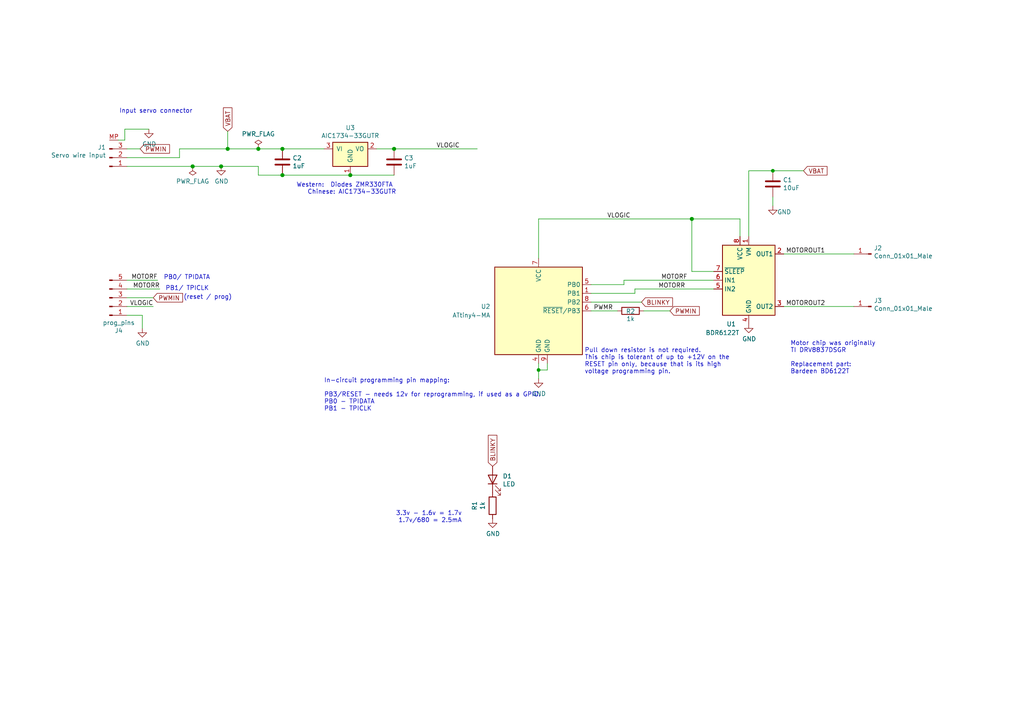
<source format=kicad_sch>
(kicad_sch (version 20210621) (generator eeschema)
  (paper "A4")
  (title_block (title "N20 Red ESC") (date "2021-12-01") (company "Mark Robson"))
  (lib_symbols
    (symbol "Connector:Conn_01x01_Male" (pin_names hide)
      (property "Reference" "J" (at 0 2.54 0))
      (property "Value" "Conn_01x01_Male" (at 0 -2.54 0))
      (symbol "Conn_01x01_Male_1_1"
        (polyline (pts (xy 1.27 0) (xy 0.8636 0)))
        (rectangle (start 0.8636 0.127) (end 0 -0.127) (fill (type outline)))
        (pin passive line (at 5.08 0 180) (length 3.81) (name "Pin_1") (number "1"))
      )
    )
    (symbol "Connector:Conn_01x05_Male" (pin_names (offset 1.016) hide)
      (property "Reference" "J" (at 0 7.62 0))
      (property "Value" "Conn_01x05_Male" (at 0 -7.62 0))
      (symbol "Conn_01x05_Male_1_1"
        (polyline (pts (xy 1.27 -5.08) (xy 0.8636 -5.08)) (stroke (width 0.1524)))
        (polyline (pts (xy 1.27 -2.54) (xy 0.8636 -2.54)) (stroke (width 0.1524)))
        (polyline (pts (xy 1.27 0) (xy 0.8636 0)) (stroke (width 0.1524)))
        (polyline (pts (xy 1.27 2.54) (xy 0.8636 2.54)) (stroke (width 0.1524)))
        (polyline (pts (xy 1.27 5.08) (xy 0.8636 5.08)) (stroke (width 0.1524)))
        (rectangle (start 0.8636 -4.953) (end 0 -5.207) (stroke (width 0.1524)) (fill (type outline)))
        (rectangle (start 0.8636 -2.413) (end 0 -2.667) (stroke (width 0.1524)) (fill (type outline)))
        (rectangle (start 0.8636 0.127) (end 0 -0.127) (stroke (width 0.1524)) (fill (type outline)))
        (rectangle (start 0.8636 2.667) (end 0 2.413) (stroke (width 0.1524)) (fill (type outline)))
        (rectangle (start 0.8636 5.207) (end 0 4.953) (stroke (width 0.1524)) (fill (type outline)))
        (pin passive line (at 5.08 5.08 180) (length 3.81) (name "Pin_1") (number "1"))
        (pin passive line (at 5.08 2.54 180) (length 3.81) (name "Pin_2") (number "2"))
        (pin passive line (at 5.08 0 180) (length 3.81) (name "Pin_3") (number "3"))
        (pin passive line (at 5.08 -2.54 180) (length 3.81) (name "Pin_4") (number "4"))
        (pin passive line (at 5.08 -5.08 180) (length 3.81) (name "Pin_5") (number "5"))
      )
    )
    (symbol "Device:C" (pin_numbers hide) (pin_names (offset 0.254))
      (property "Reference" "C" (at 0.635 2.54 0))
      (property "Value" "C" (at 0.635 -2.54 0))
      (symbol "C_0_1"
        (polyline (pts (xy -2.032 -0.762) (xy 2.032 -0.762)) (stroke (width 0.508)))
        (polyline (pts (xy -2.032 0.762) (xy 2.032 0.762)) (stroke (width 0.508)))
      )
      (symbol "C_1_1"
        (pin passive line (at 0 3.81 270) (length 2.794) (name "~") (number "1"))
        (pin passive line (at 0 -3.81 90) (length 2.794) (name "~") (number "2"))
      )
    )
    (symbol "Device:LED" (pin_numbers hide) (pin_names (offset 1.016) hide)
      (property "Reference" "D" (at 0 2.54 0))
      (property "Value" "LED" (at 0 -2.54 0))
      (symbol "LED_0_1"
        (polyline (pts (xy -1.27 -1.27) (xy -1.27 1.27)) (stroke (width 0.254)))
        (polyline (pts (xy -1.27 0) (xy 1.27 0)))
        (polyline (pts (xy 1.27 -1.27) (xy 1.27 1.27) (xy -1.27 0) (xy 1.27 -1.27)) (stroke (width 0.254)))
        (polyline (pts (xy -3.048 -0.762) (xy -4.572 -2.286) (xy -3.81 -2.286) (xy -4.572 -2.286) (xy -4.572 -1.524)))
        (polyline (pts (xy -1.778 -0.762) (xy -3.302 -2.286) (xy -2.54 -2.286) (xy -3.302 -2.286) (xy -3.302 -1.524)))
      )
      (symbol "LED_1_1"
        (pin passive line (at -3.81 0 0) (length 2.54) (name "K") (number "1"))
        (pin passive line (at 3.81 0 180) (length 2.54) (name "A") (number "2"))
      )
    )
    (symbol "Device:R" (pin_numbers hide) (pin_names (offset 0))
      (property "Reference" "R" (at 2.032 0 90))
      (property "Value" "R" (at 0 0 90))
      (symbol "R_0_1"
        (rectangle (start -1.016 -2.54) (end 1.016 2.54) (stroke (width 0.254)))
      )
      (symbol "R_1_1"
        (pin passive line (at 0 3.81 270) (length 1.27) (name "~") (number "1"))
        (pin passive line (at 0 -3.81 90) (length 1.27) (name "~") (number "2"))
      )
    )
    (symbol "Driver_Motor:DRV8837"
      (property "Reference" "U" (at 6.35 11.43 0))
      (property "Value" "DRV8837" (at -10.16 11.43 0))
      (symbol "DRV8837_0_1"
        (rectangle (start -7.62 10.16) (end 7.62 -10.16) (stroke (width 0.254)) (fill (type background)))
      )
      (symbol "DRV8837_1_1"
        (pin power_in line (at 0 12.7 270) (length 2.54) (name "VM") (number "1"))
        (pin output line (at 10.16 7.62 180) (length 2.54) (name "OUT1") (number "2"))
        (pin output line (at 10.16 -7.62 180) (length 2.54) (name "OUT2") (number "3"))
        (pin power_in line (at 0 -12.7 90) (length 2.54) (name "GND") (number "4"))
        (pin input line (at -10.16 -2.54 0) (length 2.54) (name "IN2") (number "5"))
        (pin input line (at -10.16 0 0) (length 2.54) (name "IN1") (number "6"))
        (pin input line (at -10.16 2.54 0) (length 2.54) (name "~{SLEEP}") (number "7"))
        (pin power_in line (at -2.54 12.7 270) (length 2.54) (name "VCC") (number "8"))
        (pin passive line (at 0 -12.7 90) (length 2.54) hide (name "GND") (number "9"))
      )
    )
    (symbol "motorback:ATtiny4-MA"
      (property "Reference" "U2" (at -13.97 1.2701 0))
      (property "Value" "ATtiny4-MA" (at -13.97 -1.2699 0))
      (symbol "ATtiny4-MA_0_0"
        (pin power_in line (at 2.54 -15.24 90) (length 2.54) (name "GND") (number "9"))
      )
      (symbol "ATtiny4-MA_0_1"
        (rectangle (start -12.7 -12.7) (end 12.7 12.7) (stroke (width 0.254)) (fill (type background)))
      )
      (symbol "ATtiny4-MA_1_1"
        (pin bidirectional line (at 15.24 5.08 180) (length 2.54) (name "PB1") (number "1"))
        (pin no_connect line (at -12.7 7.62 0) (length 2.54) hide (name "NC") (number "2"))
        (pin no_connect line (at -12.7 5.08 0) (length 2.54) hide (name "NC") (number "3"))
        (pin power_in line (at 0 -15.24 90) (length 2.54) (name "GND") (number "4"))
        (pin bidirectional line (at 15.24 7.62 180) (length 2.54) (name "PB0") (number "5"))
        (pin bidirectional line (at 15.24 0 180) (length 2.54) (name "~{RESET}/PB3") (number "6"))
        (pin power_in line (at 0 15.24 270) (length 2.54) (name "VCC") (number "7"))
        (pin bidirectional line (at 15.24 2.54 180) (length 2.54) (name "PB2") (number "8"))
      )
    )
    (symbol "motorback:Conn_01x03_withmechanical" (pin_names (offset 1.016) hide)
      (property "Reference" "J" (at 0 5.08 0))
      (property "Value" "Conn_01x03_withmechanical" (at -1.905 -7.62 0))
      (symbol "Conn_01x03_withmechanical_1_1"
        (polyline (pts (xy 1.27 -2.54) (xy 0.8636 -2.54)) (stroke (width 0.1524)))
        (polyline (pts (xy 1.27 0) (xy 0.8636 0)) (stroke (width 0.1524)))
        (polyline (pts (xy 1.27 2.54) (xy 0.8636 2.54)) (stroke (width 0.1524)))
        (rectangle (start 0.8636 -2.413) (end 0 -2.667) (stroke (width 0.1524)) (fill (type outline)))
        (rectangle (start 0.8636 0.127) (end 0 -0.127) (stroke (width 0.1524)) (fill (type outline)))
        (rectangle (start 0.8636 2.667) (end 0 2.413) (stroke (width 0.1524)) (fill (type outline)))
        (pin passive line (at 5.08 2.54 180) (length 3.81) (name "Pin_1") (number "1"))
        (pin passive line (at 5.08 0 180) (length 3.81) (name "Pin_2") (number "2"))
        (pin passive line (at 5.08 -2.54 180) (length 3.81) (name "Pin_3") (number "3"))
        (pin passive line (at 2.54 -5.08 180) (length 2.54) (name "MP") (number "MP"))
      )
    )
    (symbol "motorback:generic_regulator_GOI" (pin_names (offset 1.016))
      (property "Reference" "U" (at 0 1.27 0))
      (property "Value" "generic_regulator_GOI" (at 1.27 0 0))
      (symbol "generic_regulator_GOI_1_1"
        (rectangle (start -5.08 -8.89) (end 5.08 -1.905) (stroke (width 0.254)) (fill (type background)))
        (pin power_in line (at 0 -11.43 90) (length 2.54) (name "GND") (number "1"))
        (pin power_out line (at 7.62 -3.81 180) (length 2.54) (name "VO") (number "2"))
        (pin power_in line (at -7.62 -3.81 0) (length 2.54) (name "VI") (number "3"))
      )
    )
    (symbol "power:GND" (power) (pin_names (offset 0))
      (property "Value" "GND" (at 0 -3.81 0))
      (symbol "GND_0_1"
        (polyline (pts (xy 0 0) (xy 0 -1.27) (xy 1.27 -1.27) (xy 0 -2.54) (xy -1.27 -1.27) (xy 0 -1.27)))
      )
      (symbol "GND_1_1"
        (pin power_in line (at 0 0 270) (length 0) hide (name "GND") (number "1"))
      )
    )
    (symbol "power:PWR_FLAG" (power) (pin_numbers hide) (pin_names (offset 0) hide)
      (property "Value" "PWR_FLAG" (at 0 3.81 0))
      (symbol "PWR_FLAG_0_0"
        (pin power_out line (at 0 0 90) (length 0) (name "pwr") (number "1"))
      )
      (symbol "PWR_FLAG_0_1"
        (polyline (pts (xy 0 0) (xy 0 1.27) (xy -1.016 1.905) (xy 0 2.54) (xy 1.016 1.905) (xy 0 1.27)))
      )
    )
  )
  (junction (at 200.66 63.5) (diameter 1.016))
  (junction (at 64.135 48.26) (diameter 1.016))
  (junction (at 55.88 48.26) (diameter 1.016))
  (junction (at 66.04 43.18) (diameter 1.016))
  (junction (at 74.93 43.18) (diameter 1.016))
  (junction (at 156.21 107.315))
  (junction (at 114.3 43.18) (diameter 1.016))
  (junction (at 81.915 50.8) (diameter 1.016))
  (junction (at 224.155 49.53))
  (junction (at 101.6 50.8) (diameter 1.016))
  (junction (at 81.915 43.18) (diameter 1.016))
  (wire (pts (xy 36.83 48.26) (xy 55.88 48.26)))
  (wire (pts (xy 101.6 50.8) (xy 114.3 50.8)))
  (wire (pts (xy 64.135 48.26) (xy 74.93 48.26)))
  (wire (pts (xy 81.915 43.18) (xy 93.98 43.18)))
  (wire (pts (xy 217.17 49.53) (xy 217.17 68.58)))
  (wire (pts (xy 171.45 90.17) (xy 179.07 90.17)))
  (wire (pts (xy 180.975 81.28) (xy 207.01 81.28)))
  (wire (pts (xy 184.15 83.82) (xy 184.15 85.09)))
  (wire (pts (xy 227.33 88.9) (xy 247.65 88.9)))
  (wire (pts (xy 36.83 81.28) (xy 45.72 81.28)))
  (wire (pts (xy 200.66 78.74) (xy 200.66 63.5)))
  (wire (pts (xy 217.17 49.53) (xy 224.155 49.53)))
  (wire (pts (xy 36.83 83.82) (xy 46.355 83.82)))
  (wire (pts (xy 36.83 91.44) (xy 41.275 91.44)))
  (wire (pts (xy 81.915 50.8) (xy 101.6 50.8)))
  (wire (pts (xy 184.15 83.82) (xy 207.01 83.82)))
  (wire (pts (xy 224.155 49.53) (xy 233.045 49.53)))
  (wire (pts (xy 36.83 88.9) (xy 44.45 88.9)))
  (wire (pts (xy 114.3 43.18) (xy 138.43 43.18)))
  (wire (pts (xy 180.975 82.55) (xy 171.45 82.55)))
  (wire (pts (xy 74.93 43.18) (xy 81.915 43.18)))
  (wire (pts (xy 36.83 43.18) (xy 40.64 43.18)))
  (wire (pts (xy 52.07 43.18) (xy 66.04 43.18)))
  (wire (pts (xy 36.83 86.36) (xy 44.45 86.36)))
  (wire (pts (xy 180.975 81.28) (xy 180.975 82.55)))
  (wire (pts (xy 36.195 37.465) (xy 43.18 37.465)))
  (wire (pts (xy 66.04 43.18) (xy 74.93 43.18)))
  (wire (pts (xy 41.275 91.44) (xy 41.275 95.25)))
  (wire (pts (xy 207.01 78.74) (xy 200.66 78.74)))
  (wire (pts (xy 109.22 43.18) (xy 114.3 43.18)))
  (wire (pts (xy 200.66 63.5) (xy 214.63 63.5)))
  (wire (pts (xy 186.69 90.17) (xy 194.31 90.17)))
  (wire (pts (xy 171.45 87.63) (xy 186.055 87.63)))
  (wire (pts (xy 156.21 74.93) (xy 156.21 63.5)))
  (wire (pts (xy 227.33 73.66) (xy 247.65 73.66)))
  (wire (pts (xy 34.29 40.64) (xy 36.195 40.64)))
  (wire (pts (xy 156.21 107.315) (xy 156.21 105.41)))
  (wire (pts (xy 156.21 109.855) (xy 156.21 107.315)))
  (wire (pts (xy 158.75 105.41) (xy 158.75 107.315)))
  (wire (pts (xy 158.75 107.315) (xy 156.21 107.315)))
  (wire (pts (xy 55.88 48.26) (xy 64.135 48.26)))
  (wire (pts (xy 74.93 48.26) (xy 74.93 50.8)))
  (wire (pts (xy 36.83 45.72) (xy 52.07 45.72)))
  (wire (pts (xy 214.63 63.5) (xy 214.63 68.58)))
  (wire (pts (xy 184.15 85.09) (xy 171.45 85.09)))
  (wire (pts (xy 74.93 50.8) (xy 81.915 50.8)))
  (wire (pts (xy 36.195 40.64) (xy 36.195 37.465)))
  (wire (pts (xy 224.155 57.15) (xy 224.155 59.69)))
  (wire (pts (xy 52.07 45.72) (xy 52.07 43.18)))
  (wire (pts (xy 66.04 38.1) (xy 66.04 43.18)))
  (wire (pts (xy 156.21 63.5) (xy 200.66 63.5)))
  (text "Input servo connector" (at 55.88 33.02 180) (effects (font (size 1.27 1.27)) (justify right bottom)))
  (text "3.3v - 1.6v = 1.7v\n1.7v/680 = 2.5mA" (at 133.985 151.765 180) (effects (font (size 1.27 1.27)) (justify right bottom)))
  (text "In-circuit programming pin mapping:\n\nPB3/RESET - needs 12v for reprogramming, if used as a GPIO.\nPB0 - TPIDATA\nPB1 - TPICLK" (at 93.98 119.38 0) (effects (font (size 1.27 1.27)) (justify left bottom)))
  (text "Motor chip was originally\nTI DRV8837DSGR \n\nReplacement part:\nBardeen BD6122T" (at 229.235 108.585 0) (effects (font (size 1.27 1.27)) (justify left bottom)))
  (text "(reset / prog)" (at 67.31 86.995 180) (effects (font (size 1.27 1.27)) (justify right bottom)))
  (text "PB0/ TPIDATA" (at 60.96 81.28 180) (effects (font (size 1.27 1.27)) (justify right bottom)))
  (text "PB1/ TPICLK " (at 61.595 84.455 180) (effects (font (size 1.27 1.27)) (justify right bottom)))
  (text "Pull down resistor is not required.\nThis chip is tolerant of up to +12V on the\nRESET pin only, because that is its high\nvoltage programming pin." (at 169.545 108.585 0) (effects (font (size 1.27 1.27)) (justify left bottom)))
  (text "Western:  Diodes ZMR330FTA \nChinese: AIC1734-33GUTR" (at 114.935 56.515 0) (effects (font (size 1.27 1.27)) (justify right bottom)))
  (label "MOTORF" (at 199.39 81.28 180))
  (label "MOTORR" (at 46.355 83.82 180))
  (label "MOTORR" (at 198.755 83.82 180))
  (label "PWMR" (at 177.8 90.17 180))
  (label "MOTOROUT2" (at 227.965 88.9 0))
  (label "MOTORF" (at 45.72 81.28 180))
  (label "VLOGIC" (at 133.35 43.18 180))
  (label "MOTOROUT1" (at 227.965 73.66 0))
  (label "VLOGIC" (at 44.45 88.9 180))
  (label "VLOGIC" (at 182.88 63.5 180))
  (global_label "VBAT" (shape input) (at 66.04 38.1 90) (property "Intersheet References" "${INTERSHEET_REFS}" (effects hide)))
  (global_label "VBAT" (shape input) (at 233.045 49.53 0) (property "Intersheet References" "${INTERSHEET_REFS}" (effects hide)))
  (global_label "BLINKY" (shape input) (at 186.055 87.63 0) (property "Intersheet References" "${INTERSHEET_REFS}" (effects hide)))
  (global_label "BLINKY" (shape input) (at 142.875 135.255 90) (property "Intersheet References" "${INTERSHEET_REFS}" (effects hide)))
  (global_label "PWMIN" (shape input) (at 44.45 86.36 0) (property "Intersheet References" "${INTERSHEET_REFS}" (effects hide)))
  (global_label "PWMIN" (shape input) (at 194.31 90.17 0) (property "Intersheet References" "${INTERSHEET_REFS}" (effects hide)))
  (global_label "PWMIN" (shape input) (at 40.64 43.18 0) (property "Intersheet References" "${INTERSHEET_REFS}" (effects hide)))
  (symbol (lib_id "power:GND") (at 41.275 95.25 0) (unit 1)
    (property "Reference" "#PWR01" (effects hide))
    (property "Value" "GND" (at 41.3893 99.5744 0))
  )
  (symbol (lib_id "Driver_Motor:DRV8837") (at 217.17 81.28 0) (unit 1)
    (property "Reference" "U1" (at 212.09 93.98 0))
    (property "Value" "BDR6122T" (at 209.55 96.52 0))
    (property "Footprint" "motorback:drv8837_custom" (effects hide))
    (property "LCSC" "C908104" (effects hide))
    (property "MPN" "BDR6122T" (effects hide))
    (property "Manufacturer" "Bardeen" (effects hide))
  )
  (symbol (lib_id "power:PWR_FLAG") (at 55.88 48.26 180) (unit 1)
    (property "Reference" "#FLG0101" (effects hide))
    (property "Value" "PWR_FLAG" (at 55.88 52.5844 0))
  )
  (symbol (lib_id "motorback:generic_regulator_GOI") (at 101.6 39.37 0) (unit 1)
    (property "Reference" "U3" (at 101.6 37.0648 0))
    (property "Value" "AIC1734-33GUTR" (at 101.6 39.3635 0))
    (property "Footprint" "Package_TO_SOT_SMD:SOT-23" (effects hide))
    (property "LCSC" "C211659" (effects hide))
    (property "MPN" "AIC1734-33GUTR" (effects hide))
    (property "Manufacturer" "AIC" (effects hide))
  )
  (symbol (lib_id "power:GND") (at 142.875 150.495 0) (unit 1)
    (property "Reference" "#PWR04" (effects hide))
    (property "Value" "GND" (at 142.9893 154.8194 0))
  )
  (symbol (lib_id "Device:C") (at 81.915 46.99 0) (unit 1)
    (property "Reference" "C2" (at 84.8361 45.8406 0) (effects (justify left)))
    (property "Value" "1uF" (at 84.8361 48.1393 0) (effects (justify left)))
    (property "Footprint" "Capacitor_SMD:C_0603_1608Metric" (effects hide))
    (property "Manufacturer" "Samsung Electro" (effects hide))
  )
  (symbol (lib_id "Connector:Conn_01x01_Male") (at 252.73 73.66 180) (unit 1)
    (property "Reference" "J2" (at 253.4413 71.9518 0) (effects (justify right)))
    (property "Value" "Conn_01x01_Male" (at 253.4413 74.2505 0) (effects (justify right)))
    (property "Footprint" "motorback:motorpad" (effects hide))
  )
  (symbol (lib_id "Device:LED") (at 142.875 139.065 90) (unit 1)
    (property "Reference" "D1" (at 145.7961 138.1061 90) (effects (justify right)))
    (property "Value" "LED" (at 145.7961 140.4048 90) (effects (justify right)))
    (property "Footprint" "LED_SMD:LED_0603_1608Metric" (effects hide))
    (property "LCSC" "C2286" (effects hide))
    (property "MPN" "Red LED 0603" (effects hide))
    (property "Manufacturer" "Any" (effects hide))
  )
  (symbol (lib_id "motorback:Conn_01x03_withmechanical") (at 31.75 45.72 0) (mirror x) (unit 1)
    (property "Reference" "J1" (at 30.7339 42.7418 0) (effects (justify right)))
    (property "Value" "Servo wire input" (at 30.734 45.041 0) (effects (justify right)))
    (property "Footprint" "Connector_JST:JST_SH_SM03B-SRSS-TB_1x03-1MP_P1.00mm_Horizontal" (effects hide))
    (property "MPN" "SM03B-SRSS-TB" (effects hide))
    (property "Manufacturer" "JST" (effects hide))
  )
  (symbol (lib_id "Device:R") (at 142.875 146.685 180) (unit 1)
    (property "Reference" "R1" (at 137.6488 146.685 90))
    (property "Value" "1k" (at 139.947 146.685 90))
    (property "Footprint" "Resistor_SMD:R_0603_1608Metric" (effects hide))
    (property "LCSC" "C21190" (effects hide))
    (property "MPN" "1k ohm 0603" (effects hide))
    (property "Manufacturer" "Any" (effects hide))
  )
  (symbol (lib_id "power:GND") (at 156.21 109.855 0) (unit 1)
    (property "Reference" "#PWR0101" (effects hide))
    (property "Value" "GND" (at 156.3243 114.1794 0))
  )
  (symbol (lib_id "power:GND") (at 64.135 48.26 0) (unit 1)
    (property "Reference" "#PWR02" (effects hide))
    (property "Value" "GND" (at 64.2493 52.5844 0))
  )
  (symbol (lib_id "Device:R") (at 182.88 90.17 270) (unit 1)
    (property "Reference" "R2" (at 182.88 90.3162 90))
    (property "Value" "1k" (at 182.88 92.463 90))
    (property "Footprint" "Resistor_SMD:R_0603_1608Metric" (effects hide))
    (property "LCSC" "C21190" (effects hide))
    (property "MPN" "1k ohm 0603" (effects hide))
    (property "Manufacturer" "Any" (effects hide))
  )
  (symbol (lib_id "Device:C") (at 224.155 53.34 0) (unit 1)
    (property "Reference" "C1" (at 227.0761 52.1906 0) (effects (justify left)))
    (property "Value" "10uF" (at 227.0761 54.4893 0) (effects (justify left)))
    (property "Footprint" "Capacitor_SMD:C_0603_1608Metric" (effects hide))
    (property "LCSC" "C19702" (effects hide))
    (property "MPN" "CL10A106KP8NNNC" (effects hide))
    (property "Manufacturer" "Samsung Electro" (effects hide))
  )
  (symbol (lib_id "motorback:ATtiny4-MA") (at 156.21 90.17 0) (unit 1)
    (property "Reference" "U2" (at 142.24 88.8999 0) (effects (justify right)))
    (property "Value" "ATtiny4-MA" (at 142.24 91.4399 0) (effects (justify right)))
    (property "Footprint" "Package_DFN_QFN:DFN-8-1EP_2x2mm_P0.5mm_EP0.9x1.5mm" (effects hide))
    (property "Datasheet" "http://ww1.microchip.com/downloads/en/DeviceDoc/Atmel-8127-AVR-8-bit-Microcontroller-ATtiny4-ATtiny5-ATtiny9-ATtiny10_Datasheet.pdf" (effects hide))
  )
  (symbol (lib_id "Device:C") (at 114.3 46.99 0) (unit 1)
    (property "Reference" "C3" (at 117.2211 45.8406 0) (effects (justify left)))
    (property "Value" "1uF" (at 117.2211 48.1393 0) (effects (justify left)))
    (property "Footprint" "Capacitor_SMD:C_0603_1608Metric" (effects hide))
    (property "Manufacturer" "Samsung Electro" (effects hide))
  )
  (symbol (lib_id "power:GND") (at 217.17 93.98 0) (unit 1)
    (property "Reference" "#PWR0102" (effects hide))
    (property "Value" "GND" (at 217.2843 98.3044 0))
  )
  (symbol (lib_id "power:PWR_FLAG") (at 74.93 43.18 0) (unit 1)
    (property "Reference" "#FLG0102" (effects hide))
    (property "Value" "PWR_FLAG" (at 74.93 38.8556 0))
  )
  (symbol (lib_id "power:GND") (at 224.155 59.69 0) (unit 1)
    (property "Reference" "#PWR03" (effects hide))
    (property "Value" "GND" (at 227.4443 61.4744 0))
  )
  (symbol (lib_id "Connector:Conn_01x05_Male") (at 31.75 86.36 0) (mirror x) (unit 1)
    (property "Reference" "J4" (at 34.4424 95.9042 0))
    (property "Value" "prog_pins" (at 34.442 93.606 0))
    (property "Footprint" "motorback:pogopins_5" (effects hide))
  )
  (symbol (lib_id "Connector:Conn_01x01_Male") (at 252.73 88.9 180) (unit 1)
    (property "Reference" "J3" (at 253.4413 87.1918 0) (effects (justify right)))
    (property "Value" "Conn_01x01_Male" (at 253.4413 89.4905 0) (effects (justify right)))
    (property "Footprint" "motorback:motorpad" (effects hide))
  )
  (symbol (lib_id "power:GND") (at 43.18 37.465 0) (unit 1)
    (property "Reference" "#PWR0106" (effects hide))
    (property "Value" "GND" (at 43.2943 41.7894 0))
  )
)
</source>
